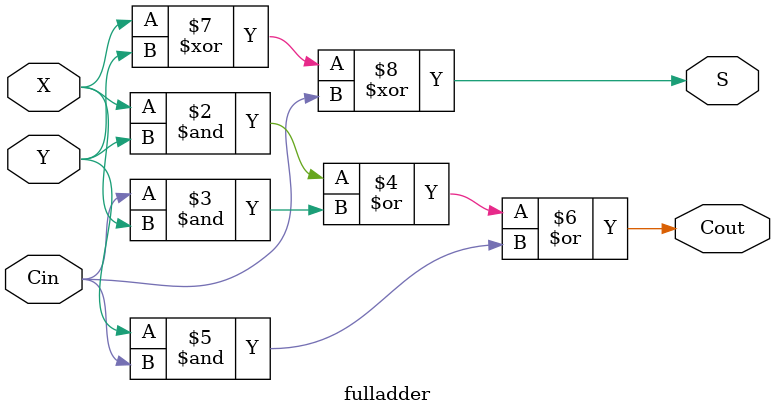
<source format=v>
/*	
	4-bit unsigned Multiplier adder circuit on DE10-LITE
	8 Switches used to enter 2 4-bit numbers
	Segments HEX2 and HEX0 display 4-bit numbers
	Segements HEX5 and HEX4 display product in HEX
*/

module Chp3_Multiplier_top (Switches, SEG5, SEG4, SEG2, SEG0);

input [7:0] Switches;
output [6:0] SEG5, SEG4, SEG2, SEG0;
wire [7:0] Product;

Multipliern U0 (Switches, Product);
defparam U0.n = 4;

Single_Segment U1 (
	.Case(Switches[7:4]),
	.Out(SEG2)
	);
Single_Segment U2 (
	.Case(Switches[3:0]),
	.Out(SEG0)
	);
	
Single_Segment U3 (
	.Case(Product[3:0]),
	.Out(SEG4)
	);

Single_Segment U4 (
	.Case(Product[7:4]),
	.Out(SEG5)
	);

endmodule

module Multipliern(M, Q, P);

parameter n = 4;
input [n-1:0] M, Q;
output reg [2*n-1:0] P;
wire [4*n-1:4] W;
wire [4*n-1:0] WFA;
wire [4*n-1:4] C;


/* Perform first two Ands*/
	and(WFA[0], M[0], Q[0]),
		(WFA[1], M[1], Q[0]),
		(WFA[2], M[2], Q[0]),
		(WFA[3], M[3], Q[0]);
	and(W[4], M[0], Q[1]),
		(W[5], M[1], Q[1]),
		(W[6], M[2], Q[1]),
		(W[7], M[3], Q[1]);
		
/* Sum the two Ands */
		fulladder FA0 (1'b0, W[4], WFA[1], WFA[4], C[4]); // Cin, X, Y, S, Cout
		fulladder FA1 (C[4], W[5], WFA[2], WFA[5], C[5]);
		fulladder FA2 (C[5], W[6], WFA[3], WFA[6], C[6]);
		fulladder FA3 (C[6], W[7], 1'b0,   WFA[7], C[7]);

genvar i;

generate
		for(i = 2; i < n; i=i+1)
		begin: i_loop
			/* Perform Reoccuring And*/
			and(W[4*i+0], M[0], Q[i]),
				(W[4*i+1], M[1], Q[i]),
				(W[4*i+2], M[2], Q[i]),
				(W[4*i+3], M[3], Q[i]);
			
			fulladder stage0 (1'b0,     W[4*i+0], WFA[4*(i-1)+1], WFA[4*i+0], C[4*i+0]);
			fulladder stage1 (C[4*i+0], W[4*i+1], WFA[4*(i-1)+2], WFA[4*i+1], C[4*i+1]);
			fulladder stage2 (C[4*i+1], W[4*i+2], WFA[4*(i-1)+3], WFA[4*i+2], C[4*i+2]);
			fulladder stage3 (C[4*i+2], W[4*i+3], C[4*i-1],       WFA[4*i+3], C[4*i+3]);
		end
endgenerate

	integer k;
	always @ (WFA)
	begin
		for(k = 0; k < n; k=k+1)
			begin: k_loop
				P[k] = WFA[4*k];
			end
			P[2*n-2: n] = WFA[4*n-1:4*n-3];  // WFA15-13
			P[2*n-1] = C[4*n-1];					// set final carry bit
	end
endmodule 


module fulladder (input Cin, input X, input Y, output S, output Cout);
	assign Cout = (X&Y)|(Cin&X)|(Y&Cin);
	assign S = X ^ Y ^ Cin;
endmodule 
</source>
